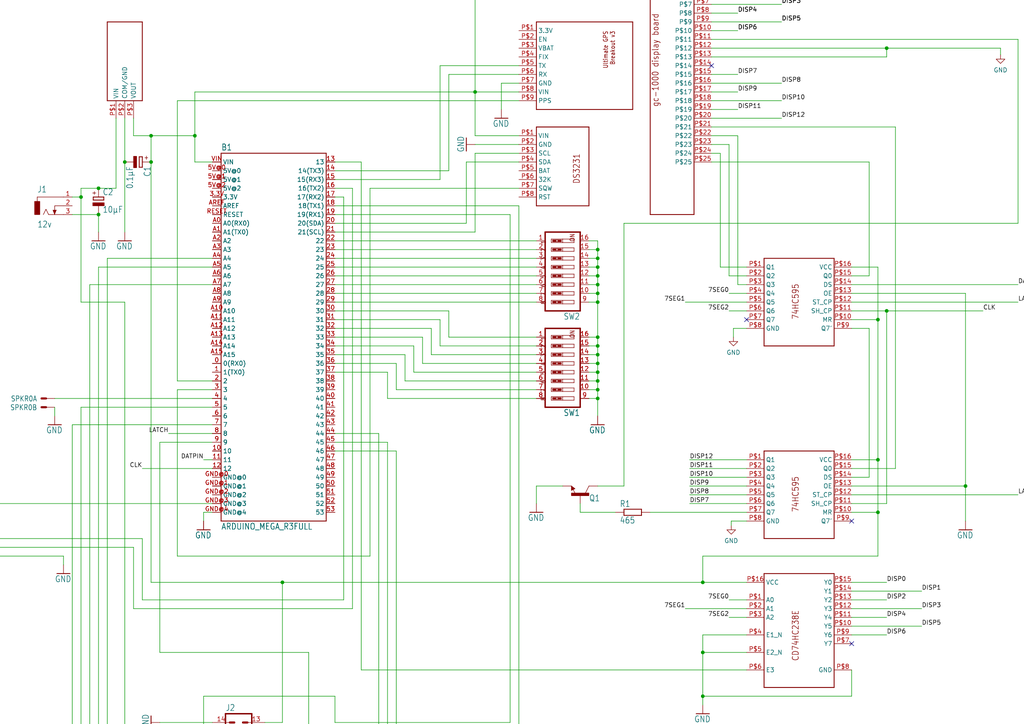
<source format=kicad_sch>
(kicad_sch (version 20230121) (generator eeschema)
  (paper "A4")
  (junction (at 257.175 90.17))
  (junction (at 254.635 92.71))
  (junction (at 173.355 72.39))
  (junction (at 43.815 46.99))
  (junction (at 280.035 140.97))
  (junction (at 43.815 39.37))
  (junction (at 173.355 115.57))
  (junction (at 28.575 62.23))
  (junction (at 173.355 97.79))
  (junction (at 173.355 87.63))
  (junction (at 257.175 13.97))
  (junction (at 173.355 105.41))
  (junction (at 173.355 110.49))
  (junction (at 137.795 26.67))
  (junction (at 28.575 54.61))
  (junction (at 173.355 80.01))
  (junction (at 173.355 82.55))
  (junction (at 203.835 201.93))
  (junction (at 81.915 168.91))
  (junction (at 173.355 100.33))
  (junction (at 216.535 -13.97))
  (junction (at 203.835 168.91))
  (junction (at 56.515 39.37))
  (junction (at 23.495 57.15))
  (junction (at 173.355 77.47))
  (junction (at 173.355 74.93))
  (junction (at 173.355 107.95))
  (junction (at 36.195 46.99))
  (junction (at 173.355 113.03))
  (junction (at 254.635 133.35))
  (junction (at 173.355 102.87))
  (junction (at 173.355 85.09))
  (junction (at 254.635 148.59))
  (junction (at 203.835 189.23))
  (no_connect (at 247.015 186.69))
  (no_connect (at 216.535 92.71))
  (no_connect (at 247.015 151.13))
  (no_connect (at 206.375 19.05))
  (wire (pts (xy 61.595 82.55) (xy 26.035 82.55)) (stroke (width 0.1524)))
  (wire (pts (xy 97.155 125.73) (xy 109.855 125.73)) (stroke (width 0.1524)))
  (wire (pts (xy 23.495 222.25) (xy 61.595 222.25)) (stroke (width 0.1524)))
  (wire (pts (xy 43.815 46.99) (xy 43.815 39.37)) (stroke (width 0.1524)))
  (wire (pts (xy 120.015 100.33) (xy 97.155 100.33)) (stroke (width 0.1524)))
  (wire (pts (xy 178.435 148.59) (xy 168.275 148.59)) (stroke (width 0.1524)))
  (wire (pts (xy 216.535 -13.97) (xy 216.535 -11.43)) (stroke (width 0.1524)))
  (wire (pts (xy 247.015 194.31) (xy 247.015 201.93)) (stroke (width 0.1524)))
  (wire (pts (xy 257.175 90.17) (xy 285.115 90.17)) (stroke (width 0.1524)))
  (wire (pts (xy 247.015 82.55) (xy 295.275 82.55)) (stroke (width 0.1524)))
  (wire (pts (xy 206.375 41.91) (xy 211.455 41.91)) (stroke (width 0.1524)))
  (wire (pts (xy 206.375 26.67) (xy 213.995 26.67)) (stroke (width 0.1524)))
  (wire (pts (xy 280.035 140.97) (xy 280.035 151.13)) (stroke (width 0.1524)))
  (wire (pts (xy 145.415 24.13) (xy 145.415 31.75)) (stroke (width 0.1524)))
  (wire (pts (xy 127.635 100.33) (xy 155.575 100.33)) (stroke (width 0.1524)))
  (wire (pts (xy 15.875 118.11) (xy 15.875 120.65)) (stroke (width 0.1524)))
  (wire (pts (xy 102.235 176.53) (xy 38.735 176.53)) (stroke (width 0.1524)))
  (wire (pts (xy 114.935 105.41) (xy 97.155 105.41)) (stroke (width 0.1524)))
  (wire (pts (xy 170.815 97.79) (xy 173.355 97.79)) (stroke (width 0.1524)))
  (wire (pts (xy 61.595 148.59) (xy 59.055 148.59)) (stroke (width 0.1524)))
  (wire (pts (xy 200.025 135.89) (xy 216.535 135.89)) (stroke (width 0.1524)))
  (wire (pts (xy 247.015 140.97) (xy 280.035 140.97)) (stroke (width 0.1524)))
  (wire (pts (xy 203.835 184.15) (xy 203.835 189.23)) (stroke (width 0.1524)))
  (wire (pts (xy 170.815 113.03) (xy 173.355 113.03)) (stroke (width 0.1524)))
  (wire (pts (xy 216.535 -11.43) (xy 206.375 -11.43)) (stroke (width 0.1524)))
  (wire (pts (xy 257.175 16.51) (xy 257.175 13.97)) (stroke (width 0.1524)))
  (wire (pts (xy 97.155 80.01) (xy 155.575 80.01)) (stroke (width 0.1524)))
  (wire (pts (xy 200.025 133.35) (xy 216.535 133.35)) (stroke (width 0.1524)))
  (wire (pts (xy 252.095 46.99) (xy 206.375 46.99)) (stroke (width 0.1524)))
  (wire (pts (xy 97.155 92.71) (xy 127.635 92.71)) (stroke (width 0.1524)))
  (wire (pts (xy 23.495 87.63) (xy 36.195 87.63)) (stroke (width 0.1524)))
  (wire (pts (xy 97.155 46.99) (xy 104.775 46.99)) (stroke (width 0.1524)))
  (wire (pts (xy 89.535 214.63) (xy 76.835 214.63)) (stroke (width 0.1524)))
  (wire (pts (xy 213.995 8.89) (xy 206.375 8.89)) (stroke (width 0.1524)))
  (wire (pts (xy 155.575 146.05) (xy 155.575 140.97)) (stroke (width 0.1524)))
  (wire (pts (xy 259.715 135.89) (xy 259.715 36.83)) (stroke (width 0.1524)))
  (wire (pts (xy 112.395 107.95) (xy 112.395 115.57)) (stroke (width 0.1524)))
  (wire (pts (xy 247.015 87.63) (xy 295.275 87.63)) (stroke (width 0.1524)))
  (wire (pts (xy 170.815 105.41) (xy 173.355 105.41)) (stroke (width 0.1524)))
  (wire (pts (xy 51.435 161.29) (xy 107.315 161.29)) (stroke (width 0.1524)))
  (wire (pts (xy 216.535 90.17) (xy 211.455 90.17)) (stroke (width 0.1524)))
  (wire (pts (xy 81.915 168.91) (xy 43.815 168.91)) (stroke (width 0.1524)))
  (wire (pts (xy 137.795 26.67) (xy 137.795 -34.29)) (stroke (width 0.1524)))
  (wire (pts (xy 247.015 148.59) (xy 254.635 148.59)) (stroke (width 0.1524)))
  (wire (pts (xy 295.275 143.51) (xy 247.015 143.51)) (stroke (width 0.1524)))
  (wire (pts (xy 173.355 110.49) (xy 173.355 113.03)) (stroke (width 0.1524)))
  (wire (pts (xy 127.635 92.71) (xy 127.635 100.33)) (stroke (width 0.1524)))
  (wire (pts (xy 173.355 82.55) (xy 173.355 85.09)) (stroke (width 0.1524)))
  (wire (pts (xy 252.095 138.43) (xy 247.015 138.43)) (stroke (width 0.1524)))
  (wire (pts (xy 114.935 130.81) (xy 114.935 222.25)) (stroke (width 0.1524)))
  (wire (pts (xy 170.815 85.09) (xy 173.355 85.09)) (stroke (width 0.1524)))
  (wire (pts (xy 208.915 44.45) (xy 206.375 44.45)) (stroke (width 0.1524)))
  (wire (pts (xy 170.815 87.63) (xy 173.355 87.63)) (stroke (width 0.1524)))
  (wire (pts (xy 155.575 87.63) (xy 97.155 87.63)) (stroke (width 0.1524)))
  (wire (pts (xy 212.725 95.25) (xy 212.725 97.79)))
  (wire (pts (xy 61.595 77.47) (xy 28.575 77.47)) (stroke (width 0.1524)))
  (wire (pts (xy 61.595 146.05) (xy -1.905 146.05)) (stroke (width 0.1524)))
  (wire (pts (xy 36.195 229.87) (xy 84.455 229.87)) (stroke (width 0.1524)))
  (wire (pts (xy 59.055 148.59) (xy 59.055 151.13)) (stroke (width 0.1524)))
  (wire (pts (xy 211.455 41.91) (xy 211.455 80.01)) (stroke (width 0.1524)))
  (wire (pts (xy 216.535 148.59) (xy 188.595 148.59)) (stroke (width 0.1524)))
  (wire (pts (xy 56.515 26.67) (xy 137.795 26.67)) (stroke (width 0.1524)))
  (wire (pts (xy 198.755 87.63) (xy 216.535 87.63)) (stroke (width 0.1524)))
  (wire (pts (xy 203.835 189.23) (xy 203.835 201.93)) (stroke (width 0.1524)))
  (wire (pts (xy 117.475 102.87) (xy 117.475 110.49)) (stroke (width 0.1524)))
  (wire (pts (xy 137.795 67.31) (xy 97.155 67.31)) (stroke (width 0.1524)))
  (wire (pts (xy 76.835 209.55) (xy 81.915 209.55)) (stroke (width 0.1524)))
  (wire (pts (xy 150.495 44.45) (xy 137.795 44.45)) (stroke (width 0.1524)))
  (wire (pts (xy 97.155 69.85) (xy 155.575 69.85)) (stroke (width 0.1524)))
  (wire (pts (xy 61.595 118.11) (xy 23.495 118.11)) (stroke (width 0.1524)))
  (wire (pts (xy 259.715 36.83) (xy 206.375 36.83)) (stroke (width 0.1524)))
  (wire (pts (xy 36.195 87.63) (xy 36.195 229.87)) (stroke (width 0.1524)))
  (wire (pts (xy 208.915 77.47) (xy 208.915 44.45)) (stroke (width 0.1524)))
  (wire (pts (xy 99.695 57.15) (xy 97.155 57.15)) (stroke (width 0.1524)))
  (wire (pts (xy 76.835 212.09) (xy 150.495 212.09)) (stroke (width 0.1524)))
  (wire (pts (xy 247.015 77.47) (xy 254.635 77.47)) (stroke (width 0.1524)))
  (wire (pts (xy 173.355 113.03) (xy 173.355 115.57)) (stroke (width 0.1524)))
  (wire (pts (xy 257.175 184.15) (xy 247.015 184.15)) (stroke (width 0.1524)))
  (wire (pts (xy 36.195 34.29) (xy 36.195 46.99)) (stroke (width 0.1524)))
  (wire (pts (xy 155.575 72.39) (xy 97.155 72.39)) (stroke (width 0.1524)))
  (wire (pts (xy 122.555 97.79) (xy 122.555 105.41)) (stroke (width 0.1524)))
  (wire (pts (xy 20.955 224.79) (xy 61.595 224.79)) (stroke (width 0.1524)))
  (wire (pts (xy 61.595 212.09) (xy 59.055 212.09)) (stroke (width 0.1524)))
  (wire (pts (xy 137.795 39.37) (xy 150.495 39.37)) (stroke (width 0.1524)))
  (wire (pts (xy 150.495 212.09) (xy 150.495 59.69)) (stroke (width 0.1524)))
  (wire (pts (xy 163.195 140.97) (xy 155.575 140.97)) (stroke (width 0.1524)))
  (wire (pts (xy 216.535 -34.29) (xy 216.535 -13.97)) (stroke (width 0.1524)))
  (wire (pts (xy 170.815 110.49) (xy 173.355 110.49)) (stroke (width 0.1524)))
  (wire (pts (xy 127.635 19.05) (xy 150.495 19.05)) (stroke (width 0.1524)))
  (wire (pts (xy 267.335 171.45) (xy 247.015 171.45)) (stroke (width 0.1524)))
  (wire (pts (xy -1.905 161.29) (xy 18.415 161.29)) (stroke (width 0.1524)))
  (wire (pts (xy 226.695 24.13) (xy 206.375 24.13)) (stroke (width 0.1524)))
  (wire (pts (xy 173.355 77.47) (xy 173.355 80.01)) (stroke (width 0.1524)))
  (wire (pts (xy 212.09 151.13) (xy 216.535 151.13)) (stroke (width 0.1524)))
  (wire (pts (xy 43.815 39.37) (xy 56.515 39.37)) (stroke (width 0.1524)))
  (wire (pts (xy 173.355 107.95) (xy 173.355 110.49)) (stroke (width 0.1524)))
  (wire (pts (xy 38.735 158.75) (xy -1.905 158.75)) (stroke (width 0.1524)))
  (wire (pts (xy 226.695 34.29) (xy 206.375 34.29)) (stroke (width 0.1524)))
  (wire (pts (xy 36.195 46.99) (xy 36.195 67.31)) (stroke (width 0.1524)))
  (wire (pts (xy 150.495 41.91) (xy 137.795 41.91)) (stroke (width 0.1524)))
  (wire (pts (xy 213.995 39.37) (xy 206.375 39.37)) (stroke (width 0.1524)))
  (wire (pts (xy 125.095 95.25) (xy 97.155 95.25)) (stroke (width 0.1524)))
  (wire (pts (xy 109.855 125.73) (xy 109.855 217.17)) (stroke (width 0.1524)))
  (wire (pts (xy 137.795 -34.29) (xy 216.535 -34.29)) (stroke (width 0.1524)))
  (wire (pts (xy 38.735 34.29) (xy 38.735 39.37)) (stroke (width 0.1524)))
  (wire (pts (xy 206.375 21.59) (xy 213.995 21.59)) (stroke (width 0.1524)))
  (wire (pts (xy 252.095 46.99) (xy 252.095 80.01)) (stroke (width 0.1524)))
  (wire (pts (xy 170.815 107.95) (xy 173.355 107.95)) (stroke (width 0.1524)))
  (wire (pts (xy 290.195 13.97) (xy 290.195 15.875)))
  (wire (pts (xy 33.655 54.61) (xy 28.575 54.61)) (stroke (width 0.1524)))
  (wire (pts (xy 173.355 100.33) (xy 173.355 102.87)) (stroke (width 0.1524)))
  (wire (pts (xy 97.155 52.07) (xy 127.635 52.07)) (stroke (width 0.1524)))
  (wire (pts (xy 26.035 219.71) (xy 61.595 219.71)) (stroke (width 0.1524)))
  (wire (pts (xy 41.275 173.99) (xy 99.695 173.99)) (stroke (width 0.1524)))
  (wire (pts (xy 216.535 -13.97) (xy 206.375 -13.97)) (stroke (width 0.1524)))
  (wire (pts (xy 180.975 140.97) (xy 173.355 140.97)) (stroke (width 0.1524)))
  (wire (pts (xy 23.495 118.11) (xy 23.495 222.25)) (stroke (width 0.1524)))
  (wire (pts (xy 170.815 72.39) (xy 173.355 72.39)) (stroke (width 0.1524)))
  (wire (pts (xy 267.335 176.53) (xy 247.015 176.53)) (stroke (width 0.1524)))
  (wire (pts (xy 31.115 214.63) (xy 61.595 214.63)) (stroke (width 0.1524)))
  (wire (pts (xy 216.535 184.15) (xy 203.835 184.15)) (stroke (width 0.1524)))
  (wire (pts (xy 147.955 62.23) (xy 97.155 62.23)) (stroke (width 0.1524)))
  (wire (pts (xy 28.575 54.61) (xy 23.495 54.61)) (stroke (width 0.1524)))
  (wire (pts (xy 28.575 217.17) (xy 61.595 217.17)) (stroke (width 0.1524)))
  (wire (pts (xy 173.355 115.57) (xy 173.355 120.65)) (stroke (width 0.1524)))
  (wire (pts (xy 28.575 77.47) (xy 28.575 217.17)) (stroke (width 0.1524)))
  (wire (pts (xy 122.555 105.41) (xy 155.575 105.41)) (stroke (width 0.1524)))
  (wire (pts (xy 97.155 128.27) (xy 112.395 128.27)) (stroke (width 0.1524)))
  (wire (pts (xy 117.475 110.49) (xy 155.575 110.49)) (stroke (width 0.1524)))
  (wire (pts (xy 130.175 49.53) (xy 97.155 49.53)) (stroke (width 0.1524)))
  (wire (pts (xy 247.015 133.35) (xy 254.635 133.35)) (stroke (width 0.1524)))
  (wire (pts (xy 173.355 85.09) (xy 173.355 87.63)) (stroke (width 0.1524)))
  (wire (pts (xy 107.315 54.61) (xy 150.495 54.61)) (stroke (width 0.1524)))
  (wire (pts (xy 155.575 113.03) (xy 114.935 113.03)) (stroke (width 0.1524)))
  (wire (pts (xy 61.595 128.27) (xy 46.355 128.27)) (stroke (width 0.1524)))
  (wire (pts (xy 120.015 107.95) (xy 120.015 100.33)) (stroke (width 0.1524)))
  (wire (pts (xy 61.595 74.93) (xy 31.115 74.93)) (stroke (width 0.1524)))
  (wire (pts (xy 170.815 77.47) (xy 173.355 77.47)) (stroke (width 0.1524)))
  (wire (pts (xy 170.815 82.55) (xy 173.355 82.55)) (stroke (width 0.1524)))
  (wire (pts (xy 267.335 181.61) (xy 247.015 181.61)) (stroke (width 0.1524)))
  (wire (pts (xy 170.815 102.87) (xy 173.355 102.87)) (stroke (width 0.1524)))
  (wire (pts (xy 216.535 168.91) (xy 203.835 168.91)) (stroke (width 0.1524)))
  (wire (pts (xy 127.635 52.07) (xy 127.635 19.05)) (stroke (width 0.1524)))
  (wire (pts (xy 252.095 80.01) (xy 247.015 80.01)) (stroke (width 0.1524)))
  (wire (pts (xy 46.355 189.23) (xy 89.535 189.23)) (stroke (width 0.1524)))
  (wire (pts (xy 254.635 133.35) (xy 254.635 92.71)) (stroke (width 0.1524)))
  (wire (pts (xy 247.015 201.93) (xy 203.835 201.93)) (stroke (width 0.1524)))
  (wire (pts (xy 200.025 140.97) (xy 216.535 140.97)) (stroke (width 0.1524)))
  (wire (pts (xy 155.575 82.55) (xy 97.155 82.55)) (stroke (width 0.1524)))
  (wire (pts (xy 26.035 82.55) (xy 26.035 219.71)) (stroke (width 0.1524)))
  (wire (pts (xy 254.635 148.59) (xy 254.635 133.35)) (stroke (width 0.1524)))
  (wire (pts (xy 170.815 80.01) (xy 173.355 80.01)) (stroke (width 0.1524)))
  (wire (pts (xy 173.355 72.39) (xy 173.355 74.93)) (stroke (width 0.1524)))
  (wire (pts (xy 206.375 11.43) (xy 295.275 11.43)) (stroke (width 0.1524)))
  (wire (pts (xy 170.815 69.85) (xy 173.355 69.85)) (stroke (width 0.1524)))
  (wire (pts (xy 216.535 95.25) (xy 212.725 95.25)) (stroke (width 0.1524)))
  (wire (pts (xy 112.395 128.27) (xy 112.395 219.71)) (stroke (width 0.1524)))
  (wire (pts (xy 97.155 74.93) (xy 155.575 74.93)) (stroke (width 0.1524)))
  (wire (pts (xy -1.905 156.21) (xy 41.275 156.21)) (stroke (width 0.1524)))
  (wire (pts (xy 203.835 201.93) (xy 203.835 204.47)) (stroke (width 0.1524)))
  (wire (pts (xy 203.835 161.29) (xy 254.635 161.29)) (stroke (width 0.1524)))
  (wire (pts (xy 280.035 85.09) (xy 280.035 140.97)) (stroke (width 0.1524)))
  (wire (pts (xy 109.855 217.17) (xy 76.835 217.17)) (stroke (width 0.1524)))
  (wire (pts (xy 216.535 85.09) (xy 211.455 85.09)) (stroke (width 0.1524)))
  (wire (pts (xy 23.495 57.15) (xy 20.955 57.15)) (stroke (width 0.1524)))
  (wire (pts (xy 168.275 148.59) (xy 168.275 146.05)) (stroke (width 0.1524)))
  (wire (pts (xy 20.955 62.23) (xy 28.575 62.23)) (stroke (width 0.1524)))
  (wire (pts (xy 114.935 222.25) (xy 76.835 222.25)) (stroke (width 0.1524)))
  (wire (pts (xy 254.635 161.29) (xy 254.635 148.59)) (stroke (width 0.1524)))
  (wire (pts (xy 97.155 54.61) (xy 102.235 54.61)) (stroke (width 0.1524)))
  (wire (pts (xy 173.355 87.63) (xy 173.355 97.79)) (stroke (width 0.1524)))
  (wire (pts (xy 61.595 123.19) (xy 20.955 123.19)) (stroke (width 0.1524)))
  (wire (pts (xy 38.735 176.53) (xy 38.735 158.75)) (stroke (width 0.1524)))
  (wire (pts (xy 200.025 146.05) (xy 216.535 146.05)) (stroke (width 0.1524)))
  (wire (pts (xy 61.595 209.55) (xy 46.355 209.55)) (stroke (width 0.1524)))
  (wire (pts (xy 254.635 92.71) (xy 247.015 92.71)) (stroke (width 0.1524)))
  (wire (pts (xy 226.695 6.35) (xy 206.375 6.35)) (stroke (width 0.1524)))
  (wire (pts (xy 43.815 168.91) (xy 43.815 46.99)) (stroke (width 0.1524)))
  (wire (pts (xy 59.055 201.93) (xy 97.155 201.93)) (stroke (width 0.1524)))
  (wire (pts (xy 51.435 110.49) (xy 61.595 110.49)) (stroke (width 0.1524)))
  (wire (pts (xy 155.575 77.47) (xy 97.155 77.47)) (stroke (width 0.1524)))
  (wire (pts (xy 107.315 161.29) (xy 107.315 54.61)) (stroke (width 0.1524)))
  (wire (pts (xy 51.435 113.03) (xy 51.435 161.29)) (stroke (width 0.1524)))
  (wire (pts (xy 257.175 13.97) (xy 290.195 13.97)) (stroke (width 0.1524)))
  (wire (pts (xy 257.175 146.05) (xy 257.175 90.17)) (stroke (width 0.1524)))
  (wire (pts (xy 125.095 102.87) (xy 125.095 95.25)) (stroke (width 0.1524)))
  (wire (pts (xy 20.955 123.19) (xy 20.955 224.79)) (stroke (width 0.1524)))
  (wire (pts (xy 247.015 146.05) (xy 257.175 146.05)) (stroke (width 0.1524)))
  (wire (pts (xy 97.155 85.09) (xy 155.575 85.09)) (stroke (width 0.1524)))
  (wire (pts (xy 206.375 3.81) (xy 213.995 3.81)) (stroke (width 0.1524)))
  (wire (pts (xy 150.495 29.21) (xy 51.435 29.21)) (stroke (width 0.1524)))
  (wire (pts (xy 216.535 82.55) (xy 213.995 82.55)) (stroke (width 0.1524)))
  (wire (pts (xy 104.775 194.31) (xy 216.535 194.31)) (stroke (width 0.1524)))
  (wire (pts (xy 213.995 -6.35) (xy 206.375 -6.35)) (stroke (width 0.1524)))
  (wire (pts (xy 23.495 54.61) (xy 23.495 57.15)) (stroke (width 0.1524)))
  (wire (pts (xy 257.175 90.17) (xy 247.015 90.17)) (stroke (width 0.1524)))
  (wire (pts (xy 38.735 39.37) (xy 43.815 39.37)) (stroke (width 0.1524)))
  (wire (pts (xy 211.455 173.99) (xy 216.535 173.99)) (stroke (width 0.1524)))
  (wire (pts (xy 51.435 29.21) (xy 51.435 110.49)) (stroke (width 0.1524)))
  (wire (pts (xy 97.155 201.93) (xy 97.155 209.55)) (stroke (width 0.1524)))
  (wire (pts (xy 59.055 212.09) (xy 59.055 201.93)) (stroke (width 0.1524)))
  (wire (pts (xy 150.495 46.99) (xy 135.255 46.99)) (stroke (width 0.1524)))
  (wire (pts (xy 61.595 133.35) (xy 59.055 133.35)) (stroke (width 0.1524)))
  (wire (pts (xy 295.275 64.77) (xy 180.975 64.77)) (stroke (width 0.1524)))
  (wire (pts (xy 155.575 97.79) (xy 130.175 97.79)) (stroke (width 0.1524)))
  (wire (pts (xy 112.395 115.57) (xy 155.575 115.57)) (stroke (width 0.1524)))
  (wire (pts (xy 97.155 209.55) (xy 147.955 209.55)) (stroke (width 0.1524)))
  (wire (pts (xy 206.375 -3.81) (xy 226.695 -3.81)) (stroke (width 0.1524)))
  (wire (pts (xy 137.795 26.67) (xy 137.795 39.37)) (stroke (width 0.1524)))
  (wire (pts (xy 170.815 115.57) (xy 173.355 115.57)) (stroke (width 0.1524)))
  (wire (pts (xy 147.955 209.55) (xy 147.955 62.23)) (stroke (width 0.1524)))
  (wire (pts (xy 173.355 97.79) (xy 173.355 100.33)) (stroke (width 0.1524)))
  (wire (pts (xy 130.175 97.79) (xy 130.175 90.17)) (stroke (width 0.1524)))
  (wire (pts (xy 295.275 11.43) (xy 295.275 64.77)) (stroke (width 0.1524)))
  (wire (pts (xy 81.915 209.55) (xy 81.915 168.91)) (stroke (width 0.1524)))
  (wire (pts (xy 211.455 179.07) (xy 216.535 179.07)) (stroke (width 0.1524)))
  (wire (pts (xy 61.595 115.57) (xy 15.875 115.57)) (stroke (width 0.1524)))
  (wire (pts (xy 56.515 39.37) (xy 56.515 26.67)) (stroke (width 0.1524)))
  (wire (pts (xy 84.455 224.79) (xy 76.835 224.79)) (stroke (width 0.1524)))
  (wire (pts (xy 216.535 176.53) (xy 198.755 176.53)) (stroke (width 0.1524)))
  (wire (pts (xy 150.495 59.69) (xy 97.155 59.69)) (stroke (width 0.1524)))
  (wire (pts (xy 18.415 161.29) (xy 18.415 163.83)) (stroke (width 0.1524)))
  (wire (pts (xy 97.155 130.81) (xy 114.935 130.81)) (stroke (width 0.1524)))
  (wire (pts (xy 61.595 125.73) (xy 48.895 125.73)) (stroke (width 0.1524)))
  (wire (pts (xy 206.375 16.51) (xy 257.175 16.51)) (stroke (width 0.1524)))
  (wire (pts (xy 254.635 77.47) (xy 254.635 92.71)) (stroke (width 0.1524)))
  (wire (pts (xy 211.455 80.01) (xy 216.535 80.01)) (stroke (width 0.1524)))
  (wire (pts (xy 226.695 29.21) (xy 206.375 29.21)) (stroke (width 0.1524)))
  (wire (pts (xy 173.355 69.85) (xy 173.355 72.39)) (stroke (width 0.1524)))
  (wire (pts (xy 200.025 143.51) (xy 216.535 143.51)))
  (wire (pts (xy 170.815 100.33) (xy 173.355 100.33)) (stroke (width 0.1524)))
  (wire (pts (xy 257.175 179.07) (xy 247.015 179.07)) (stroke (width 0.1524)))
  (wire (pts (xy 170.815 74.93) (xy 173.355 74.93)) (stroke (width 0.1524)))
  (wire (pts (xy 216.535 189.23) (xy 203.835 189.23)) (stroke (width 0.1524)))
  (wire (pts (xy 97.155 107.95) (xy 112.395 107.95)) (stroke (width 0.1524)))
  (wire (pts (xy 213.995 -1.27) (xy 206.375 -1.27)) (stroke (width 0.1524)))
  (wire (pts (xy 173.355 74.93) (xy 173.355 77.47)) (stroke (width 0.1524)))
  (wire (pts (xy 150.495 24.13) (xy 145.415 24.13)) (stroke (width 0.1524)))
  (wire (pts (xy 61.595 113.03) (xy 51.435 113.03)) (stroke (width 0.1524)))
  (wire (pts (xy 112.395 219.71) (xy 76.835 219.71)) (stroke (width 0.1524)))
  (wire (pts (xy 104.775 46.99) (xy 104.775 194.31)) (stroke (width 0.1524)))
  (wire (pts (xy 56.515 46.99) (xy 56.515 39.37)) (stroke (width 0.1524)))
  (wire (pts (xy 247.015 95.25) (xy 252.095 95.25)) (stroke (width 0.1524)))
  (wire (pts (xy 23.495 57.15) (xy 23.495 87.63)) (stroke (width 0.1524)))
  (wire (pts (xy 203.835 168.91) (xy 203.835 161.29)) (stroke (width 0.1524)))
  (wire (pts (xy 130.175 21.59) (xy 130.175 49.53)) (stroke (width 0.1524)))
  (wire (pts (xy 150.495 21.59) (xy 130.175 21.59)) (stroke (width 0.1524)))
  (wire (pts (xy 31.115 74.93) (xy 31.115 214.63)) (stroke (width 0.1524)))
  (wire (pts (xy 155.575 107.95) (xy 120.015 107.95)) (stroke (width 0.1524)))
  (wire (pts (xy 61.595 135.89) (xy 41.275 135.89)) (stroke (width 0.1524)))
  (wire (pts (xy 206.375 13.97) (xy 257.175 13.97)) (stroke (width 0.1524)))
  (wire (pts (xy 46.355 128.27) (xy 46.355 189.23)) (stroke (width 0.1524)))
  (wire (pts (xy 173.355 105.41) (xy 173.355 107.95)) (stroke (width 0.1524)))
  (wire (pts (xy 41.275 156.21) (xy 41.275 173.99)) (stroke (width 0.1524)))
  (wire (pts (xy 114.935 113.03) (xy 114.935 105.41)) (stroke (width 0.1524)))
  (wire (pts (xy 99.695 173.99) (xy 99.695 57.15)) (stroke (width 0.1524)))
  (wire (pts (xy 97.155 97.79) (xy 122.555 97.79)) (stroke (width 0.1524)))
  (wire (pts (xy 226.695 1.27) (xy 206.375 1.27)) (stroke (width 0.1524)))
  (wire (pts (xy 135.255 64.77) (xy 97.155 64.77)) (stroke (width 0.1524)))
  (wire (pts (xy 252.095 95.25) (xy 252.095 138.43)) (stroke (width 0.1524)))
  (wire (pts (xy 247.015 85.09) (xy 280.035 85.09)) (stroke (width 0.1524)))
  (wire (pts (xy 130.175 90.17) (xy 97.155 90.17)) (stroke (width 0.1524)))
  (wire (pts (xy 84.455 229.87) (xy 84.455 224.79)) (stroke (width 0.1524)))
  (wire (pts (xy 180.975 140.97) (xy 180.975 64.77)) (stroke (width 0.1524)))
  (wire (pts (xy 155.575 102.87) (xy 125.095 102.87)) (stroke (width 0.1524)))
  (wire (pts (xy 203.835 168.91) (xy 81.915 168.91)) (stroke (width 0.1524)))
  (wire (pts (xy 28.575 62.23) (xy 28.575 67.31)) (stroke (width 0.1524)))
  (wire (pts (xy 216.535 77.47) (xy 208.915 77.47)) (stroke (width 0.1524)))
  (wire (pts (xy 212.09 151.13) (xy 212.09 152.4)))
  (wire (pts (xy 137.795 26.67) (xy 150.495 26.67)) (stroke (width 0.1524)))
  (wire (pts (xy 89.535 189.23) (xy 89.535 214.63)) (stroke (width 0.1524)))
  (wire (pts (xy 137.795 44.45) (xy 137.795 67.31)) (stroke (width 0.1524)))
  (wire (pts (xy 61.595 46.99) (xy 56.515 46.99)) (stroke (width 0.1524)))
  (wire (pts (xy 33.655 54.61) (xy 33.655 34.29)) (stroke (width 0.1524)))
  (wire (pts (xy 247.015 135.89) (xy 259.715 135.89)) (stroke (width 0.1524)))
  (wire (pts (xy 97.155 102.87) (xy 117.475 102.87)) (stroke (width 0.1524)))
  (wire (pts (xy 173.355 102.87) (xy 173.355 105.41)) (stroke (width 0.1524)))
  (wire (pts (xy 257.175 168.91) (xy 247.015 168.91)) (stroke (width 0.1524)))
  (wire (pts (xy 257.175 173.99) (xy 247.015 173.99)) (stroke (width 0.1524)))
  (wire (pts (xy 206.375 31.75) (xy 213.995 31.75)) (stroke (width 0.1524)))
  (wire (pts (xy 200.025 138.43) (xy 216.535 138.43)) (stroke (width 0.1524)))
  (wire (pts (xy 135.255 46.99) (xy 135.255 64.77)) (stroke (width 0.1524)))
  (wire (pts (xy 102.235 54.61) (xy 102.235 176.53)) (stroke (width 0.1524)))
  (wire (pts (xy 213.995 82.55) (xy 213.995 39.37)) (stroke (width 0.1524)))
  (wire (pts (xy 173.355 80.01) (xy 173.355 82.55)) (stroke (width 0.1524)))
  (text "Header for Custom Applications" (at 53.975 232.41 0) (effects (font (size 1.778 1.5113)) (justify left bottom)))
  (label "DISP0" (at 213.995 -6.35 0) (effects (font (size 1.2446 1.2446))))
  (label "DISP1" (at 267.335 171.45 0) (effects (font (size 1.2446 1.2446))))
  (label "DISP0" (at 213.995 -6.35 0) (effects (font (size 1.2446 1.2446))))
  (label "DISP12" (at 200.025 133.35 0) (effects (font (size 1.2446 1.2446))))
  (label "DISP9" (at 213.995 26.67 0) (effects (font (size 1.2446 1.2446))))
  (label "DISP1" (at 226.695 -3.81 0) (effects (font (size 1.2446 1.2446))))
  (label "DISP9" (at 200.025 140.97 0) (effects (font (size 1.2446 1.2446))))
  (label "DISP10" (at 226.695 29.21 0) (effects (font (size 1.2446 1.2446))))
  (label "7SEG1" (at 198.755 176.53 180) (effects (font (size 1.2446 1.2446))))
  (label "DISP8" (at 200.025 143.51 0) (effects (font (size 1.2446 1.2446))))
  (label "DISP11" (at 213.995 31.75 0) (effects (font (size 1.2446 1.2446))))
  (label "DISP6" (at 213.995 8.89 0) (effects (font (size 1.2446 1.2446))))
  (label "7SEG0" (at 211.455 85.09 180) (effects (font (size 1.2446 1.2446))))
  (label "7SEG2" (at 211.455 179.07 180) (effects (font (size 1.2446 1.2446))))
  (label "DISP5" (at 226.695 6.35 0) (effects (font (size 1.2446 1.2446))))
  (label "DISP11" (at 200.025 135.89 0) (effects (font (size 1.2446 1.2446))))
  (label "DISP3" (at 226.695 1.27 0) (effects (font (size 1.2446 1.2446))))
  (label "DISP4" (at 213.995 3.81 0) (effects (font (size 1.2446 1.2446))))
  (label "LATCH" (at 295.275 143.51 0) (effects (font (size 1.2446 1.2446))))
  (label "DISP10" (at 200.025 138.43 0) (effects (font (size 1.2446 1.2446))))
  (label "DISP8" (at 226.695 24.13 0) (effects (font (size 1.2446 1.2446))))
  (label "DISP2" (at 213.995 -1.27 0) (effects (font (size 1.2446 1.2446))))
  (label "DISP5" (at 267.335 181.61 0) (effects (font (size 1.2446 1.2446))))
  (label "CLK" (at 285.115 90.17 0) (effects (font (size 1.2446 1.2446))))
  (label "LATCH" (at 48.895 125.73 180) (effects (font (size 1.2446 1.2446))))
  (label "DISP1" (at 226.695 -3.81 0) (effects (font (size 1.2446 1.2446))))
  (label "DISP3" (at 267.335 176.53 0) (effects (font (size 1.2446 1.2446))))
  (label "DATPIN" (at 59.055 133.35 180) (effects (font (size 1.2446 1.2446))))
  (label "DISP7" (at 200.025 146.05 0) (effects (font (size 1.2446 1.2446))))
  (label "LATCH" (at 295.275 87.63 0) (effects (font (size 1.2446 1.2446))))
  (label "DISP2" (at 257.175 173.99 0) (effects (font (size 1.2446 1.2446))))
  (label "7SEG1" (at 198.755 87.63 180) (effects (font (size 1.2446 1.2446))))
  (label "DISP7" (at 213.995 21.59 0) (effects (font (size 1.2446 1.2446))))
  (label "DISP12" (at 226.695 34.29 0) (effects (font (size 1.2446 1.2446))))
  (label "DISP4" (at 257.175 179.07 0) (effects (font (size 1.2446 1.2446))))
  (label "7SEG0" (at 211.455 173.99 180) (effects (font (size 1.2446 1.2446))))
  (label "DISP4" (at 213.995 3.81 0) (effects (font (size 1.2446 1.2446))))
  (label "DISP2" (at 213.995 -1.27 0) (effects (font (size 1.2446 1.2446))))
  (label "DISP6" (at 257.175 184.15 0) (effects (font (size 1.2446 1.2446))))
  (label "DISP3" (at 226.695 1.27 0) (effects (font (size 1.2446 1.2446))))
  (label "DISP5" (at 226.695 6.35 0) (effects (font (size 1.2446 1.2446))))
  (label "DISP0" (at 257.175 168.91 0) (effects (font (size 1.2446 1.2446))))
  (label "7SEG2" (at 211.455 90.17 180) (effects (font (size 1.2446 1.2446))))
  (label "DISP6" (at 213.995 8.89 0) (effects (font (size 1.2446 1.2446))))
  (label "DATPIN" (at 295.275 82.55 0) (effects (font (size 1.2446 1.2446))))
  (label "CLK" (at 41.275 135.89 180) (effects (font (size 1.2446 1.2446))))
  (symbol (lib_id "gc-1000-gps-eagle-import:ARDUINO_MEGA_R3FULL") (at 79.375 97.79 0) (unit 1)
    (property "Reference" "B1" (at 64.135 43.688 0) (effects (font (size 1.778 1.5113)) (justify left bottom)))
    (property "Value" "ARDUINO_MEGA_R3FULL" (at 64.135 153.67 0) (effects (font (size 1.778 1.5113)) (justify left bottom)))
    (property "Footprint" "gc-1000-gps:ARDUINO_MEGA" (effects hide))
    (property "LINK" "https://store.arduino.cc/products/arduino-mega-2560-rev3" (effects hide))
  )
  (symbol (lib_id "gc-1000-gps-eagle-import:F25HPS") (at -4.445 113.03 180) (unit 19)
    (property "Reference" "X1" (at -5.715 112.268 0) (effects (font (size 1.778 1.5113)) (justify left bottom)))
    (property "Value" "F25HPS" (effects hide))
    (property "Footprint" "gc-1000-gps:F25HP" (effects hide))
  )
  (symbol (lib_id "gc-1000-gps-eagle-import:GND") (at 155.575 148.59 0) (unit 1)
    (property "Reference" "#GND09" (effects hide))
    (property "Value" "GND" (at 153.035 151.13 0) (effects (font (size 1.778 1.5113)) (justify left bottom)))
  )
  (symbol (lib_id "gc-1000-gps-eagle-import:DS3231") (at 155.575 59.69 270) (unit 1)
    (property "Reference" "U$4" (effects hide))
    (property "Value" "DS3231" (effects hide))
    (property "Footprint" "gc-1000-gps:DS3231" (effects hide))
    (property "LINK" "https://www.adafruit.com/product/3013" (effects hide))
  )
  (symbol (lib_id "gc-1000-gps-eagle-import:F25HPS") (at -4.445 140.97 180) (unit 8)
    (property "Reference" "X1" (at -5.715 140.208 0) (effects (font (size 1.778 1.5113)) (justify left bottom)))
    (property "Value" "F25HPS" (effects hide))
    (property "Footprint" "gc-1000-gps:F25HP" (effects hide))
  )
  (symbol (lib_id "gc-1000-gps-eagle-import:F25HPS") (at -4.445 120.65 180) (unit 16)
    (property "Reference" "X1" (at -5.715 119.888 0) (effects (font (size 1.778 1.5113)) (justify left bottom)))
    (property "Value" "F25HPS" (effects hide))
    (property "Footprint" "gc-1000-gps:F25HP" (effects hide))
  )
  (symbol (lib_id "gc-1000-gps-eagle-import:F25HPS") (at -4.445 100.33 180) (unit 24)
    (property "Reference" "X1" (at -5.715 99.568 0) (effects (font (size 1.778 1.5113)) (justify left bottom)))
    (property "Value" "F25HPS" (effects hide))
    (property "Footprint" "gc-1000-gps:F25HP" (effects hide))
  )
  (symbol (lib_id "gc-1000-gps-eagle-import:F25HPS") (at -4.445 146.05 180) (unit 6)
    (property "Reference" "X1" (at -5.715 145.288 0) (effects (font (size 1.778 1.5113)) (justify left bottom)))
    (property "Value" "F25HPS" (effects hide))
    (property "Footprint" "gc-1000-gps:F25HP" (effects hide))
  )
  (symbol (lib_id "gc-1000-gps-eagle-import:GND") (at 280.035 153.67 0) (unit 1)
    (property "Reference" "#GND08" (effects hide))
    (property "Value" "GND" (at 277.495 156.21 0) (effects (font (size 1.778 1.5113)) (justify left bottom)))
  )
  (symbol (lib_id "gc-1000-gps-eagle-import:22-23-2021") (at 13.335 115.57 180) (unit 1)
    (property "Reference" "SPKR0" (at 10.795 114.808 0) (effects (font (size 1.524 1.2954)) (justify left bottom)))
    (property "Value" "22-23-2021" (effects hide))
    (property "Footprint" "gc-1000-gps:22-23-2021" (effects hide))
  )
  (symbol (lib_id "gc-1000-gps-eagle-import:F25HPS") (at -4.445 105.41 180) (unit 22)
    (property "Reference" "X1" (at -5.715 104.648 0) (effects (font (size 1.778 1.5113)) (justify left bottom)))
    (property "Value" "F25HPS" (effects hide))
    (property "Footprint" "gc-1000-gps:F25HP" (effects hide))
  )
  (symbol (lib_id "gc-1000-gps-eagle-import:F25HPS") (at -4.445 148.59 180) (unit 5)
    (property "Reference" "X1" (at -5.715 147.828 0) (effects (font (size 1.778 1.5113)) (justify left bottom)))
    (property "Value" "F25HPS" (effects hide))
    (property "Footprint" "gc-1000-gps:F25HP" (effects hide))
  )
  (symbol (lib_id "gc-1000-gps-eagle-import:GND") (at 59.055 153.67 0) (unit 1)
    (property "Reference" "#GND03" (effects hide))
    (property "Value" "GND" (at 56.515 156.21 0) (effects (font (size 1.778 1.5113)) (justify left bottom)))
  )
  (symbol (lib_id "power:GND") (at 212.725 97.79 0) (unit 1)
    (property "Reference" "#PWR0103" (effects hide))
    (property "Value" "GND" (at 212.725 102.235 0))
  )
  (symbol (lib_id "gc-1000-gps-eagle-import:GND") (at 43.815 209.55 270) (unit 1)
    (property "Reference" "#GND012" (effects hide))
    (property "Value" "GND" (at 41.275 207.01 0) (effects (font (size 1.778 1.5113)) (justify left bottom)))
  )
  (symbol (lib_id "gc-1000-gps-eagle-import:74HC595") (at 231.775 87.63 0) (unit 1)
    (property "Reference" "U$6" (effects hide))
    (property "Value" "74HC595" (effects hide))
    (property "Footprint" "gc-1000-gps:74HC595" (effects hide))
  )
  (symbol (lib_id "gc-1000-gps-eagle-import:F25HPS") (at -4.445 123.19 180) (unit 15)
    (property "Reference" "X1" (at -5.715 122.428 0) (effects (font (size 1.778 1.5113)) (justify left bottom)))
    (property "Value" "F25HPS" (effects hide))
    (property "Footprint" "gc-1000-gps:F25HP" (effects hide))
  )
  (symbol (lib_id "gc-1000-gps-eagle-import:PA6H-PROTO") (at 150.495 19.05 270) (unit 1)
    (property "Reference" "U$1" (effects hide))
    (property "Value" "PA6H-PROTO" (effects hide))
    (property "Footprint" "gc-1000-gps:PA6H" (effects hide))
    (property "LINK" "https://www.adafruit.com/product/746" (effects hide))
  )
  (symbol (lib_id "gc-1000-gps-eagle-import:F25HPS") (at -4.445 135.89 180) (unit 10)
    (property "Reference" "X1" (at -5.715 135.128 0) (effects (font (size 1.778 1.5113)) (justify left bottom)))
    (property "Value" "F25HPS" (effects hide))
    (property "Footprint" "gc-1000-gps:F25HP" (effects hide))
  )
  (symbol (lib_id "gc-1000-gps-eagle-import:F25HPS") (at -4.445 151.13 180) (unit 4)
    (property "Reference" "X1" (at -5.715 150.368 0) (effects (font (size 1.778 1.5113)) (justify left bottom)))
    (property "Value" "F25HPS" (effects hide))
    (property "Footprint" "gc-1000-gps:F25HP" (effects hide))
  )
  (symbol (lib_id "gc-1000-gps-eagle-import:F25HPS") (at -4.445 158.75 180) (unit 1)
    (property "Reference" "X1" (at -5.715 157.988 0) (effects (font (size 1.778 1.5113)) (justify left bottom)))
    (property "Value" "F25HPS" (effects hide))
    (property "Footprint" "gc-1000-gps:F25HP" (effects hide))
  )
  (symbol (lib_id "gc-1000-gps-eagle-import:CPOL-EUE1.8-4") (at 41.275 46.99 270) (unit 1)
    (property "Reference" "C1" (at 41.7576 48.133 0) (effects (font (size 1.778 1.5113)) (justify left bottom)))
    (property "Value" "0.1µF" (at 36.6776 48.133 0) (effects (font (size 1.778 1.5113)) (justify left bottom)))
    (property "Footprint" "gc-1000-gps:E1,8-4" (effects hide))
  )
  (symbol (lib_id "gc-1000-gps-eagle-import:R-EU_0207/10") (at 183.515 148.59 0) (unit 1)
    (property "Reference" "R1" (at 179.705 147.0914 0) (effects (font (size 1.778 1.5113)) (justify left bottom)))
    (property "Value" "465" (at 179.705 151.892 0) (effects (font (size 1.778 1.5113)) (justify left bottom)))
    (property "Footprint" "gc-1000-gps:0207_10" (effects hide))
  )
  (symbol (lib_id "gc-1000-gps-eagle-import:SW_DIP-8") (at 163.195 80.01 180) (unit 1)
    (property "Reference" "SW2" (at 168.275 90.805 0) (effects (font (size 1.778 1.5113)) (justify left bottom)))
    (property "Value" "SW_DIP-8" (effects hide))
    (property "Footprint" "gc-1000-gps:EDG-08" (effects hide))
  )
  (symbol (lib_id "gc-1000-gps-eagle-import:GND") (at 135.255 41.91 270) (unit 1)
    (property "Reference" "#GND06" (effects hide))
    (property "Value" "GND" (at 132.715 39.37 0) (effects (font (size 1.778 1.5113)) (justify left bottom)))
  )
  (symbol (lib_id "gc-1000-gps-eagle-import:2N3904") (at 168.275 143.51 270) (mirror x) (unit 1)
    (property "Reference" "Q1" (at 170.815 143.51 90) (effects (font (size 1.778 1.5113)) (justify left bottom)))
    (property "Value" "2N3904" (effects hide))
    (property "Footprint" "gc-1000-gps:TO92" (effects hide))
  )
  (symbol (lib_id "gc-1000-gps-eagle-import:F25HPS") (at -4.445 115.57 180) (unit 18)
    (property "Reference" "X1" (at -5.715 114.808 0) (effects (font (size 1.778 1.5113)) (justify left bottom)))
    (property "Value" "F25HPS" (effects hide))
    (property "Footprint" "gc-1000-gps:F25HP" (effects hide))
  )
  (symbol (lib_id "gc-1000-gps-eagle-import:F25HPS") (at -4.445 128.27 180) (unit 13)
    (property "Reference" "X1" (at -5.715 127.508 0) (effects (font (size 1.778 1.5113)) (justify left bottom)))
    (property "Value" "F25HPS" (effects hide))
    (property "Footprint" "gc-1000-gps:F25HP" (effects hide))
  )
  (symbol (lib_id "gc-1000-gps-eagle-import:GC-1000-DISP") (at 206.375 19.05 270) (unit 1)
    (property "Reference" "U$5" (effects hide))
    (property "Value" "GC-1000-DISP" (effects hide))
    (property "Footprint" "gc-1000-gps:GC-1000-DISP" (effects hide))
  )
  (symbol (lib_id "gc-1000-gps-eagle-import:F25HPS") (at -4.445 153.67 180) (unit 3)
    (property "Reference" "X1" (at -5.715 152.908 0) (effects (font (size 1.778 1.5113)) (justify left bottom)))
    (property "Value" "F25HPS" (effects hide))
    (property "Footprint" "gc-1000-gps:F25HP" (effects hide))
  )
  (symbol (lib_id "gc-1000-gps-eagle-import:F25HPS") (at -4.445 133.35 180) (unit 11)
    (property "Reference" "X1" (at -5.715 132.588 0) (effects (font (size 1.778 1.5113)) (justify left bottom)))
    (property "Value" "F25HPS" (effects hide))
    (property "Footprint" "gc-1000-gps:F25HP" (effects hide))
  )
  (symbol (lib_id "gc-1000-gps-eagle-import:F25HPS") (at -4.445 107.95 180) (unit 21)
    (property "Reference" "X1" (at -5.715 107.188 0) (effects (font (size 1.778 1.5113)) (justify left bottom)))
    (property "Value" "F25HPS" (effects hide))
    (property "Footprint" "gc-1000-gps:F25HP" (effects hide))
  )
  (symbol (lib_id "gc-1000-gps-eagle-import:GND") (at 145.415 34.29 0) (unit 1)
    (property "Reference" "#GND05" (effects hide))
    (property "Value" "GND" (at 142.875 36.83 0) (effects (font (size 1.778 1.5113)) (justify left bottom)))
  )
  (symbol (lib_id "gc-1000-gps-eagle-import:GND") (at 36.195 69.85 0) (unit 1)
    (property "Reference" "#GND04" (effects hide))
    (property "Value" "GND" (at 33.655 72.39 0) (effects (font (size 1.778 1.5113)) (justify left bottom)))
  )
  (symbol (lib_id "gc-1000-gps-eagle-import:MA07-2") (at 69.215 217.17 0) (unit 1)
    (property "Reference" "J2" (at 65.405 206.248 0) (effects (font (size 1.778 1.5113)) (justify left bottom)))
    (property "Value" "MA07-2" (effects hide))
    (property "Footprint" "gc-1000-gps:MA07-2" (effects hide))
  )
  (symbol (lib_id "gc-1000-gps-eagle-import:74HC595") (at 231.775 143.51 0) (unit 1)
    (property "Reference" "U$7" (effects hide))
    (property "Value" "74HC595" (effects hide))
    (property "Footprint" "gc-1000-gps:74HC595" (effects hide))
  )
  (symbol (lib_id "gc-1000-gps-eagle-import:F25HPS") (at -4.445 138.43 180) (unit 9)
    (property "Reference" "X1" (at -5.715 137.668 0) (effects (font (size 1.778 1.5113)) (justify left bottom)))
    (property "Value" "F25HPS" (effects hide))
    (property "Footprint" "gc-1000-gps:F25HP" (effects hide))
  )
  (symbol (lib_id "gc-1000-gps-eagle-import:F25HPS") (at -6.985 97.79 180) (unit 25)
    (property "Reference" "X1" (at -9.525 97.028 0) (effects (font (size 1.778 1.5113)) (justify left bottom)))
    (property "Value" "F25HPS" (effects hide))
    (property "Footprint" "gc-1000-gps:F25HP" (effects hide))
  )
  (symbol (lib_id "gc-1000-gps-eagle-import:F25HPS") (at -4.445 102.87 180) (unit 23)
    (property "Reference" "X1" (at -5.715 102.108 0) (effects (font (size 1.778 1.5113)) (justify left bottom)))
    (property "Value" "F25HPS" (effects hide))
    (property "Footprint" "gc-1000-gps:F25HP" (effects hide))
  )
  (symbol (lib_id "gc-1000-gps-eagle-import:F25HPS") (at -4.445 110.49 180) (unit 20)
    (property "Reference" "X1" (at -5.715 109.728 0) (effects (font (size 1.778 1.5113)) (justify left bottom)))
    (property "Value" "F25HPS" (effects hide))
    (property "Footprint" "gc-1000-gps:F25HP" (effects hide))
  )
  (symbol (lib_id "gc-1000-gps-eagle-import:GND") (at 203.835 207.01 0) (unit 1)
    (property "Reference" "#GND02" (effects hide))
    (property "Value" "GND" (at 201.295 209.55 0) (effects (font (size 1.778 1.5113)) (justify left bottom)))
  )
  (symbol (lib_id "power:GND") (at 290.195 15.875 0) (unit 1)
    (property "Reference" "#PWR0101" (effects hide))
    (property "Value" "GND" (at 290.195 20.32 0))
  )
  (symbol (lib_id "gc-1000-gps-eagle-import:GND") (at 18.415 166.37 0) (unit 1)
    (property "Reference" "#GND011" (effects hide))
    (property "Value" "GND" (at 15.875 168.91 0) (effects (font (size 1.778 1.5113)) (justify left bottom)))
  )
  (symbol (lib_id "gc-1000-gps-eagle-import:22-23-2021") (at 13.335 118.11 180) (unit 2)
    (property "Reference" "SPKR0" (at 10.795 117.348 0) (effects (font (size 1.524 1.2954)) (justify left bottom)))
    (property "Value" "22-23-2021" (effects hide))
    (property "Footprint" "gc-1000-gps:22-23-2021" (effects hide))
  )
  (symbol (lib_id "gc-1000-gps-eagle-import:F25HPS") (at -4.445 156.21 180) (unit 2)
    (property "Reference" "X1" (at -5.715 155.448 0) (effects (font (size 1.778 1.5113)) (justify left bottom)))
    (property "Value" "F25HPS" (effects hide))
    (property "Footprint" "gc-1000-gps:F25HP" (effects hide))
  )
  (symbol (lib_id "gc-1000-gps-eagle-import:F25HPS") (at -4.445 125.73 180) (unit 14)
    (property "Reference" "X1" (at -5.715 124.968 0) (effects (font (size 1.778 1.5113)) (justify left bottom)))
    (property "Value" "F25HPS" (effects hide))
    (property "Footprint" "gc-1000-gps:F25HP" (effects hide))
  )
  (symbol (lib_id "gc-1000-gps-eagle-import:CD74HC238E") (at 231.775 184.15 0) (unit 1)
    (property "Reference" "U$2" (effects hide))
    (property "Value" "CD74HC238E" (effects hide))
    (property "Footprint" "gc-1000-gps:CD74HC238E" (effects hide))
  )
  (symbol (lib_id "gc-1000-gps-eagle-import:CPOL-EUE1.8-4") (at 28.575 57.15 0) (unit 1)
    (property "Reference" "C2" (at 29.718 56.6674 0) (effects (font (size 1.778 1.5113)) (justify left bottom)))
    (property "Value" "10µF" (at 29.718 61.7474 0) (effects (font (size 1.778 1.5113)) (justify left bottom)))
    (property "Footprint" "gc-1000-gps:E1,8-4" (effects hide))
  )
  (symbol (lib_id "gc-1000-gps-eagle-import:F25HPS") (at -4.445 143.51 180) (unit 7)
    (property "Reference" "X1" (at -5.715 142.748 0) (effects (font (size 1.778 1.5113)) (justify left bottom)))
    (property "Value" "F25HPS" (effects hide))
    (property "Footprint" "gc-1000-gps:F25HP" (effects hide))
  )
  (symbol (lib_id "gc-1000-gps-eagle-import:OKI-78SR") (at 36.195 29.21 0) (unit 1)
    (property "Reference" "U1" (effects hide))
    (property "Value" "OKI-78SR" (effects hide))
    (property "Footprint" "gc-1000-gps:OKI-78SR" (effects hide))
  )
  (symbol (lib_id "gc-1000-gps-eagle-import:F25HPS") (at -4.445 118.11 180) (unit 17)
    (property "Reference" "X1" (at -5.715 117.348 0) (effects (font (size 1.778 1.5113)) (justify left bottom)))
    (property "Value" "F25HPS" (effects hide))
    (property "Footprint" "gc-1000-gps:F25HP" (effects hide))
  )
  (symbol (lib_id "gc-1000-gps-eagle-import:F25HPS") (at -4.445 130.81 180) (unit 12)
    (property "Reference" "X1" (at -5.715 130.048 0) (effects (font (size 1.778 1.5113)) (justify left bottom)))
    (property "Value" "F25HPS" (effects hide))
    (property "Footprint" "gc-1000-gps:F25HP" (effects hide))
  )
  (symbol (lib_id "gc-1000-gps-eagle-import:SW_DIP-8") (at 163.195 107.95 180) (unit 1)
    (property "Reference" "SW1" (at 168.275 118.745 0) (effects (font (size 1.778 1.5113)) (justify left bottom)))
    (property "Value" "SW_DIP-8" (effects hide))
    (property "Footprint" "gc-1000-gps:EDG-08" (effects hide))
  )
  (symbol (lib_id "gc-1000-gps-eagle-import:DCJ0303") (at 13.335 59.69 0) (unit 1)
    (property "Reference" "J1" (at 10.795 55.88 0) (effects (font (size 1.778 1.5113)) (justify left bottom)))
    (property "Value" "12v" (at 10.795 66.04 0) (effects (font (size 1.778 1.5113)) (justify left bottom)))
    (property "Footprint" "gc-1000-gps:DCJ0303" (effects hide))
  )
  (symbol (lib_id "gc-1000-gps-eagle-import:F25HPS") (at -4.445 161.29 180) (unit 26)
    (property "Reference" "X1" (at -5.715 160.528 0) (effects (font (size 1.778 1.5113)) (justify left bottom)))
    (property "Value" "F25HPS" (effects hide))
    (property "Footprint" "gc-1000-gps:F25HP" (effects hide))
  )
  (symbol (lib_id "gc-1000-gps-eagle-import:GND") (at 173.355 123.19 0) (unit 1)
    (property "Reference" "#GND01" (effects hide))
    (property "Value" "GND" (at 170.815 125.73 0) (effects (font (size 1.778 1.5113)) (justify left bottom)))
  )
  (symbol (lib_id "gc-1000-gps-eagle-import:GND") (at 15.875 123.19 0) (unit 1)
    (property "Reference" "#GND013" (effects hide))
    (property "Value" "GND" (at 13.335 125.73 0) (effects (font (size 1.778 1.5113)) (justify left bottom)))
  )
  (symbol (lib_id "gc-1000-gps-eagle-import:GND") (at 28.575 69.85 0) (unit 1)
    (property "Reference" "#GND07" (effects hide))
    (property "Value" "GND" (at 26.035 72.39 0) (effects (font (size 1.778 1.5113)) (justify left bottom)))
  )
  (symbol (lib_id "power:GND") (at 212.09 152.4 0) (unit 1)
    (property "Reference" "#PWR0102" (effects hide))
    (property "Value" "GND" (at 212.09 156.845 0))
  )
)
</source>
